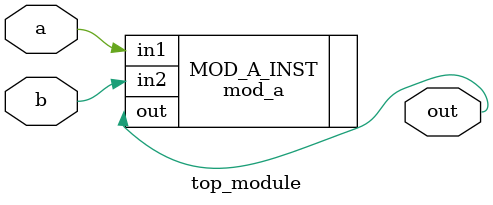
<source format=v>
module top_module ( input a, input b, output out );
    
    mod_a MOD_A_INST(
        .in1(a),
        .in2(b),
        .out(out)
    );

endmodule

</source>
